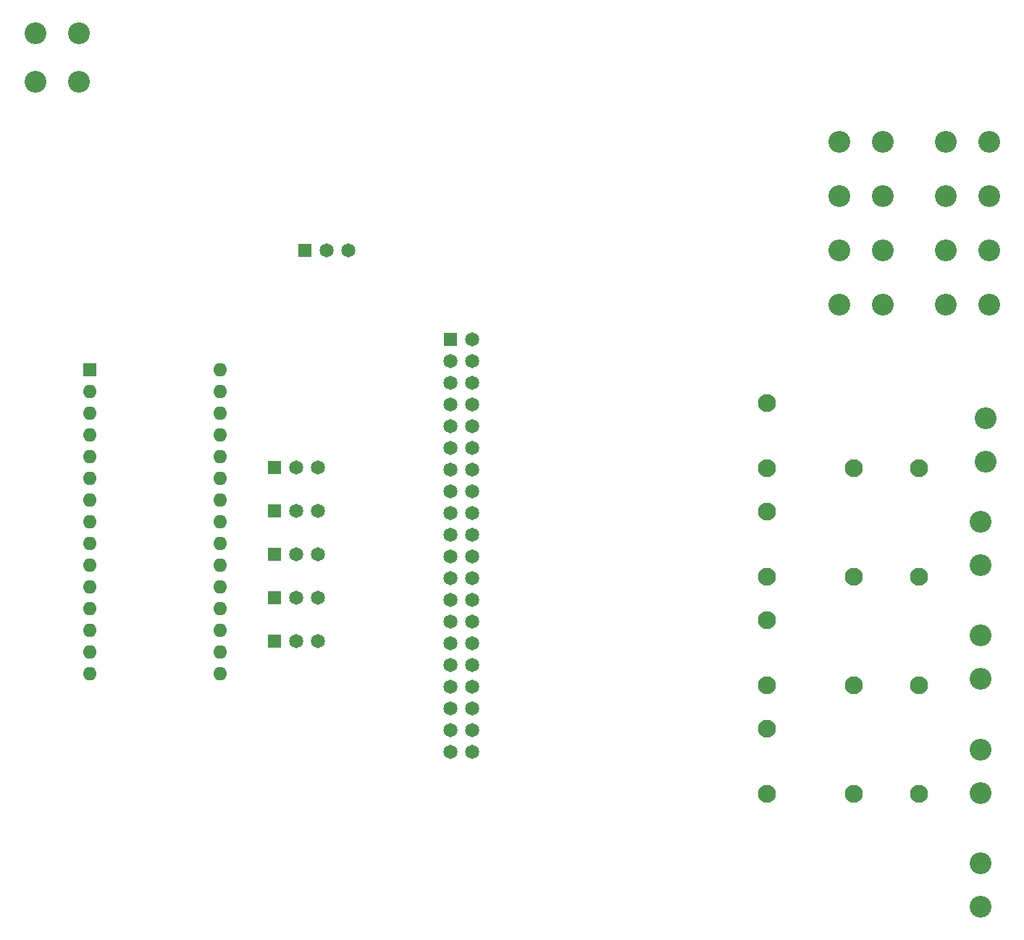
<source format=gbr>
%TF.GenerationSoftware,KiCad,Pcbnew,6.0.8-f2edbf62ab~116~ubuntu20.04.1*%
%TF.CreationDate,2022-10-25T18:56:44-07:00*%
%TF.ProjectId,Control_Board,436f6e74-726f-46c5-9f42-6f6172642e6b,rev?*%
%TF.SameCoordinates,Original*%
%TF.FileFunction,Soldermask,Bot*%
%TF.FilePolarity,Negative*%
%FSLAX46Y46*%
G04 Gerber Fmt 4.6, Leading zero omitted, Abs format (unit mm)*
G04 Created by KiCad (PCBNEW 6.0.8-f2edbf62ab~116~ubuntu20.04.1) date 2022-10-25 18:56:44*
%MOMM*%
%LPD*%
G01*
G04 APERTURE LIST*
%ADD10R,1.650000X1.650000*%
%ADD11C,1.650000*%
%ADD12R,1.600000X1.600000*%
%ADD13O,1.600000X1.600000*%
%ADD14C,2.550000*%
%ADD15C,2.100000*%
G04 APERTURE END LIST*
D10*
%TO.C,A4*%
X68580000Y-90170000D03*
D11*
X71120000Y-90170000D03*
X73660000Y-90170000D03*
%TD*%
D12*
%TO.C,A1*%
X47000000Y-78740000D03*
D13*
X47000000Y-81280000D03*
X47000000Y-83820000D03*
X47000000Y-86360000D03*
X47000000Y-88900000D03*
X47000000Y-91440000D03*
X47000000Y-93980000D03*
X47000000Y-96520000D03*
X47000000Y-99060000D03*
X47000000Y-101600000D03*
X47000000Y-104140000D03*
X47000000Y-106680000D03*
X47000000Y-109220000D03*
X47000000Y-111760000D03*
X47000000Y-114300000D03*
X62240000Y-114300000D03*
X62240000Y-111760000D03*
X62240000Y-109220000D03*
X62240000Y-106680000D03*
X62240000Y-104140000D03*
X62240000Y-101600000D03*
X62240000Y-99060000D03*
X62240000Y-96520000D03*
X62240000Y-93980000D03*
X62240000Y-91440000D03*
X62240000Y-88900000D03*
X62240000Y-86360000D03*
X62240000Y-83820000D03*
X62240000Y-81280000D03*
X62240000Y-78740000D03*
%TD*%
D14*
%TO.C,J112*%
X151130000Y-128270000D03*
X151130000Y-123190000D03*
%TD*%
D15*
%TO.C,K2*%
X126160000Y-103020000D03*
X136320000Y-103020000D03*
X143940000Y-103020000D03*
X126160000Y-95400000D03*
%TD*%
D10*
%TO.C,A0*%
X68580000Y-110490000D03*
D11*
X71120000Y-110490000D03*
X73660000Y-110490000D03*
%TD*%
D14*
%TO.C,J\u002A\u002A*%
X139700000Y-64770000D03*
X134620000Y-64770000D03*
%TD*%
%TO.C,J2*%
X40640000Y-39435000D03*
X45720000Y-39435000D03*
%TD*%
%TO.C,J\u002A\u002A*%
X152146000Y-58420000D03*
X147066000Y-58420000D03*
%TD*%
%TO.C,J\u002A\u002A*%
X139700000Y-52070000D03*
X134620000Y-52070000D03*
%TD*%
%TO.C,J5*%
X151130000Y-101600000D03*
X151130000Y-96520000D03*
%TD*%
%TO.C,J4*%
X151765000Y-89535000D03*
X151765000Y-84455000D03*
%TD*%
D10*
%TO.C,J1*%
X89154000Y-75184000D03*
D11*
X91694000Y-75184000D03*
X89154000Y-77724000D03*
X91694000Y-77724000D03*
X89154000Y-80264000D03*
X91694000Y-80264000D03*
X89154000Y-82804000D03*
X91694000Y-82804000D03*
X89154000Y-85344000D03*
X91694000Y-85344000D03*
X89154000Y-87884000D03*
X91694000Y-87884000D03*
X89154000Y-90424000D03*
X91694000Y-90424000D03*
X89154000Y-92964000D03*
X91694000Y-92964000D03*
X89154000Y-95504000D03*
X91694000Y-95504000D03*
X89154000Y-98044000D03*
X91694000Y-98044000D03*
X89154000Y-100584000D03*
X91694000Y-100584000D03*
X89154000Y-103124000D03*
X91694000Y-103124000D03*
X89154000Y-105664000D03*
X91694000Y-105664000D03*
X89154000Y-108204000D03*
X91694000Y-108204000D03*
X89154000Y-110744000D03*
X91694000Y-110744000D03*
X89154000Y-113284000D03*
X91694000Y-113284000D03*
X89154000Y-115824000D03*
X91694000Y-115824000D03*
X89154000Y-118364000D03*
X91694000Y-118364000D03*
X89154000Y-120904000D03*
X91694000Y-120904000D03*
X89154000Y-123444000D03*
X91694000Y-123444000D03*
%TD*%
D15*
%TO.C,K3*%
X126160000Y-115720000D03*
X136320000Y-115720000D03*
X143940000Y-115720000D03*
X126160000Y-108100000D03*
%TD*%
D10*
%TO.C,A3*%
X68580000Y-95250000D03*
D11*
X71120000Y-95250000D03*
X73660000Y-95250000D03*
%TD*%
D10*
%TO.C,A2*%
X68580000Y-100330000D03*
D11*
X71120000Y-100330000D03*
X73660000Y-100330000D03*
%TD*%
D15*
%TO.C,K4*%
X126160000Y-128420000D03*
X136320000Y-128420000D03*
X143940000Y-128420000D03*
X126160000Y-120800000D03*
%TD*%
D10*
%TO.C,A1*%
X68580000Y-105410000D03*
D11*
X71120000Y-105410000D03*
X73660000Y-105410000D03*
%TD*%
D14*
%TO.C,J3*%
X40640000Y-45085000D03*
X45720000Y-45085000D03*
%TD*%
%TO.C,J\u002A\u002A*%
X152146000Y-71120000D03*
X147066000Y-71120000D03*
%TD*%
%TO.C,J6*%
X151130000Y-114935000D03*
X151130000Y-109855000D03*
%TD*%
D15*
%TO.C,K1*%
X126160000Y-90320000D03*
X136320000Y-90320000D03*
X143940000Y-90320000D03*
X126160000Y-82700000D03*
%TD*%
D14*
%TO.C,J\u002A\u002A*%
X152146000Y-64770000D03*
X147066000Y-64770000D03*
%TD*%
D10*
%TO.C,T/H*%
X72136000Y-64770000D03*
D11*
X74676000Y-64770000D03*
X77216000Y-64770000D03*
%TD*%
D14*
%TO.C,J\u002A\u002A*%
X139700000Y-58420000D03*
X134620000Y-58420000D03*
%TD*%
%TO.C,J8*%
X151130000Y-141605000D03*
X151130000Y-136525000D03*
%TD*%
%TO.C,J\u002A\u002A*%
X152146000Y-52070000D03*
X147066000Y-52070000D03*
%TD*%
%TO.C,J\u002A\u002A*%
X139700000Y-71120000D03*
X134620000Y-71120000D03*
%TD*%
M02*

</source>
